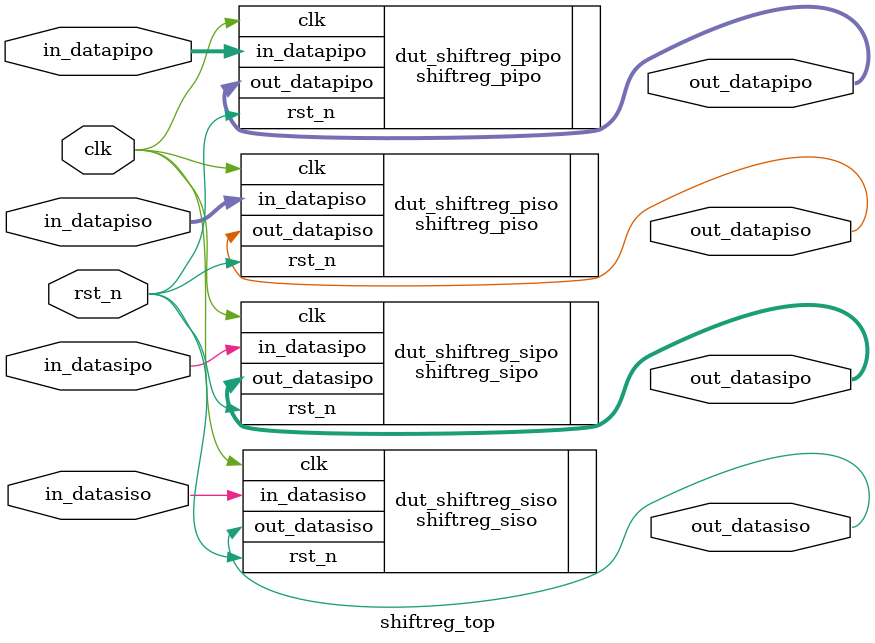
<source format=sv>
`timescale 1ns/100ps

`include "06_shift_reg/shiftreg_pipo.sv"
`include "06_shift_reg/shiftreg_piso.sv"
`include "06_shift_reg/shiftreg_sipo.sv"
`include "06_shift_reg/shiftreg_siso.sv"

module shiftreg_top #(parameter ADDR_WIDTH=4) (
    input   logic                   clk,
    input   logic                   rst_n,
    input   logic                   in_datasiso,
    input   logic                   in_datasipo,
    input   logic [ADDR_WIDTH-1:0]  in_datapiso,
    input   logic [ADDR_WIDTH-1:0]  in_datapipo,
    output  logic                   out_datasiso,
    output  logic [ADDR_WIDTH-1:0]  out_datasipo,
    output  logic                   out_datapiso,
    output  logic [ADDR_WIDTH-1:0]  out_datapipo
);

    shiftreg_siso dut_shiftreg_siso(
        .clk          (clk          ),
        .rst_n        (rst_n        ),
        .in_datasiso  (in_datasiso  ),
        .out_datasiso (out_datasiso )
    );
    shiftreg_sipo #(.ADDR_WIDTH (ADDR_WIDTH)) dut_shiftreg_sipo(
        .clk          (clk          ),
        .rst_n        (rst_n        ),
        .in_datasipo  (in_datasipo  ),
        .out_datasipo (out_datasipo )
    );
    shiftreg_piso #(.ADDR_WIDTH (ADDR_WIDTH)) dut_shiftreg_piso(
        .clk          (clk          ),
        .rst_n        (rst_n        ),
        .in_datapiso  (in_datapiso  ),
        .out_datapiso (out_datapiso )
    );
    shiftreg_pipo #(.ADDR_WIDTH (ADDR_WIDTH)) dut_shiftreg_pipo(
        .clk          (clk          ),
        .rst_n        (rst_n        ),
        .in_datapipo  (in_datapipo  ),
        .out_datapipo (out_datapipo )
    );

endmodule
</source>
